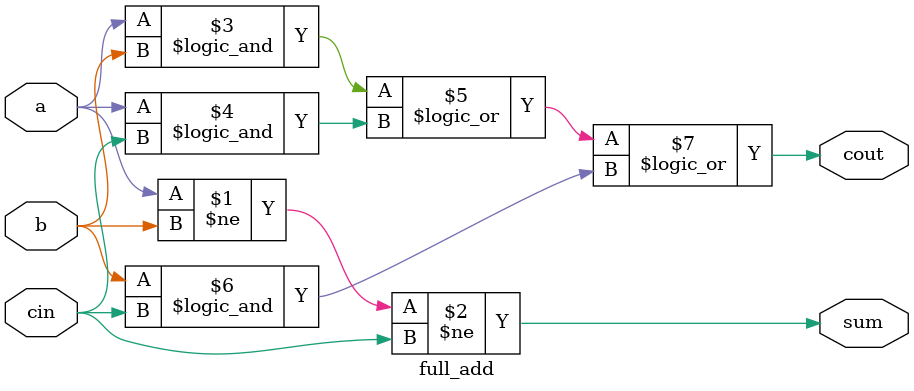
<source format=v>
module full_add ( 
    input a, b, cin,
    output sum, cout );

    assign sum = a != b != cin;
    assign cout = a && b || a && cin || b && cin;

endmodule
</source>
